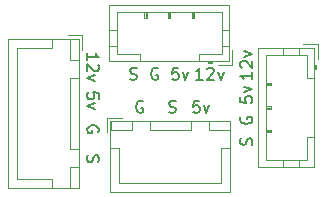
<source format=gbr>
G04 #@! TF.GenerationSoftware,KiCad,Pcbnew,7.0.1*
G04 #@! TF.CreationDate,2023-08-14T23:40:13-05:00*
G04 #@! TF.ProjectId,ButtonToActionChallenge,42757474-6f6e-4546-9f41-6374696f6e43,rev?*
G04 #@! TF.SameCoordinates,Original*
G04 #@! TF.FileFunction,Legend,Top*
G04 #@! TF.FilePolarity,Positive*
%FSLAX46Y46*%
G04 Gerber Fmt 4.6, Leading zero omitted, Abs format (unit mm)*
G04 Created by KiCad (PCBNEW 7.0.1) date 2023-08-14 23:40:13*
%MOMM*%
%LPD*%
G01*
G04 APERTURE LIST*
%ADD10C,0.150000*%
%ADD11C,0.200000*%
%ADD12C,0.120000*%
G04 APERTURE END LIST*
D10*
X155849619Y-73453714D02*
X155849619Y-73929904D01*
X155849619Y-73929904D02*
X156325809Y-73977523D01*
X156325809Y-73977523D02*
X156278190Y-73929904D01*
X156278190Y-73929904D02*
X156230571Y-73834666D01*
X156230571Y-73834666D02*
X156230571Y-73596571D01*
X156230571Y-73596571D02*
X156278190Y-73501333D01*
X156278190Y-73501333D02*
X156325809Y-73453714D01*
X156325809Y-73453714D02*
X156421047Y-73406095D01*
X156421047Y-73406095D02*
X156659142Y-73406095D01*
X156659142Y-73406095D02*
X156754380Y-73453714D01*
X156754380Y-73453714D02*
X156802000Y-73501333D01*
X156802000Y-73501333D02*
X156849619Y-73596571D01*
X156849619Y-73596571D02*
X156849619Y-73834666D01*
X156849619Y-73834666D02*
X156802000Y-73929904D01*
X156802000Y-73929904D02*
X156754380Y-73977523D01*
X156182952Y-73072761D02*
X156849619Y-72834666D01*
X156849619Y-72834666D02*
X156182952Y-72596571D01*
X142870380Y-70357904D02*
X142870380Y-69786476D01*
X142870380Y-70072190D02*
X143870380Y-70072190D01*
X143870380Y-70072190D02*
X143727523Y-69976952D01*
X143727523Y-69976952D02*
X143632285Y-69881714D01*
X143632285Y-69881714D02*
X143584666Y-69786476D01*
X143775142Y-70738857D02*
X143822761Y-70786476D01*
X143822761Y-70786476D02*
X143870380Y-70881714D01*
X143870380Y-70881714D02*
X143870380Y-71119809D01*
X143870380Y-71119809D02*
X143822761Y-71215047D01*
X143822761Y-71215047D02*
X143775142Y-71262666D01*
X143775142Y-71262666D02*
X143679904Y-71310285D01*
X143679904Y-71310285D02*
X143584666Y-71310285D01*
X143584666Y-71310285D02*
X143441809Y-71262666D01*
X143441809Y-71262666D02*
X142870380Y-70691238D01*
X142870380Y-70691238D02*
X142870380Y-71310285D01*
X143537047Y-71643619D02*
X142870380Y-71881714D01*
X142870380Y-71881714D02*
X143537047Y-72119809D01*
X156849619Y-71374095D02*
X156849619Y-71945523D01*
X156849619Y-71659809D02*
X155849619Y-71659809D01*
X155849619Y-71659809D02*
X155992476Y-71755047D01*
X155992476Y-71755047D02*
X156087714Y-71850285D01*
X156087714Y-71850285D02*
X156135333Y-71945523D01*
X155944857Y-70993142D02*
X155897238Y-70945523D01*
X155897238Y-70945523D02*
X155849619Y-70850285D01*
X155849619Y-70850285D02*
X155849619Y-70612190D01*
X155849619Y-70612190D02*
X155897238Y-70516952D01*
X155897238Y-70516952D02*
X155944857Y-70469333D01*
X155944857Y-70469333D02*
X156040095Y-70421714D01*
X156040095Y-70421714D02*
X156135333Y-70421714D01*
X156135333Y-70421714D02*
X156278190Y-70469333D01*
X156278190Y-70469333D02*
X156849619Y-71040761D01*
X156849619Y-71040761D02*
X156849619Y-70421714D01*
X156182952Y-70088380D02*
X156849619Y-69850285D01*
X156849619Y-69850285D02*
X156182952Y-69612190D01*
X143870380Y-73612285D02*
X143870380Y-73136095D01*
X143870380Y-73136095D02*
X143394190Y-73088476D01*
X143394190Y-73088476D02*
X143441809Y-73136095D01*
X143441809Y-73136095D02*
X143489428Y-73231333D01*
X143489428Y-73231333D02*
X143489428Y-73469428D01*
X143489428Y-73469428D02*
X143441809Y-73564666D01*
X143441809Y-73564666D02*
X143394190Y-73612285D01*
X143394190Y-73612285D02*
X143298952Y-73659904D01*
X143298952Y-73659904D02*
X143060857Y-73659904D01*
X143060857Y-73659904D02*
X142965619Y-73612285D01*
X142965619Y-73612285D02*
X142918000Y-73564666D01*
X142918000Y-73564666D02*
X142870380Y-73469428D01*
X142870380Y-73469428D02*
X142870380Y-73231333D01*
X142870380Y-73231333D02*
X142918000Y-73136095D01*
X142918000Y-73136095D02*
X142965619Y-73088476D01*
X143537047Y-73993238D02*
X142870380Y-74231333D01*
X142870380Y-74231333D02*
X143537047Y-74469428D01*
D11*
X142918000Y-78422476D02*
X142870380Y-78565333D01*
X142870380Y-78565333D02*
X142870380Y-78803428D01*
X142870380Y-78803428D02*
X142918000Y-78898666D01*
X142918000Y-78898666D02*
X142965619Y-78946285D01*
X142965619Y-78946285D02*
X143060857Y-78993904D01*
X143060857Y-78993904D02*
X143156095Y-78993904D01*
X143156095Y-78993904D02*
X143251333Y-78946285D01*
X143251333Y-78946285D02*
X143298952Y-78898666D01*
X143298952Y-78898666D02*
X143346571Y-78803428D01*
X143346571Y-78803428D02*
X143394190Y-78612952D01*
X143394190Y-78612952D02*
X143441809Y-78517714D01*
X143441809Y-78517714D02*
X143489428Y-78470095D01*
X143489428Y-78470095D02*
X143584666Y-78422476D01*
X143584666Y-78422476D02*
X143679904Y-78422476D01*
X143679904Y-78422476D02*
X143775142Y-78470095D01*
X143775142Y-78470095D02*
X143822761Y-78517714D01*
X143822761Y-78517714D02*
X143870380Y-78612952D01*
X143870380Y-78612952D02*
X143870380Y-78851047D01*
X143870380Y-78851047D02*
X143822761Y-78993904D01*
X148843904Y-71061238D02*
X148748666Y-71013619D01*
X148748666Y-71013619D02*
X148605809Y-71013619D01*
X148605809Y-71013619D02*
X148462952Y-71061238D01*
X148462952Y-71061238D02*
X148367714Y-71156476D01*
X148367714Y-71156476D02*
X148320095Y-71251714D01*
X148320095Y-71251714D02*
X148272476Y-71442190D01*
X148272476Y-71442190D02*
X148272476Y-71585047D01*
X148272476Y-71585047D02*
X148320095Y-71775523D01*
X148320095Y-71775523D02*
X148367714Y-71870761D01*
X148367714Y-71870761D02*
X148462952Y-71966000D01*
X148462952Y-71966000D02*
X148605809Y-72013619D01*
X148605809Y-72013619D02*
X148701047Y-72013619D01*
X148701047Y-72013619D02*
X148843904Y-71966000D01*
X148843904Y-71966000D02*
X148891523Y-71918380D01*
X148891523Y-71918380D02*
X148891523Y-71585047D01*
X148891523Y-71585047D02*
X148701047Y-71585047D01*
X146494476Y-71966000D02*
X146637333Y-72013619D01*
X146637333Y-72013619D02*
X146875428Y-72013619D01*
X146875428Y-72013619D02*
X146970666Y-71966000D01*
X146970666Y-71966000D02*
X147018285Y-71918380D01*
X147018285Y-71918380D02*
X147065904Y-71823142D01*
X147065904Y-71823142D02*
X147065904Y-71727904D01*
X147065904Y-71727904D02*
X147018285Y-71632666D01*
X147018285Y-71632666D02*
X146970666Y-71585047D01*
X146970666Y-71585047D02*
X146875428Y-71537428D01*
X146875428Y-71537428D02*
X146684952Y-71489809D01*
X146684952Y-71489809D02*
X146589714Y-71442190D01*
X146589714Y-71442190D02*
X146542095Y-71394571D01*
X146542095Y-71394571D02*
X146494476Y-71299333D01*
X146494476Y-71299333D02*
X146494476Y-71204095D01*
X146494476Y-71204095D02*
X146542095Y-71108857D01*
X146542095Y-71108857D02*
X146589714Y-71061238D01*
X146589714Y-71061238D02*
X146684952Y-71013619D01*
X146684952Y-71013619D02*
X146923047Y-71013619D01*
X146923047Y-71013619D02*
X147065904Y-71061238D01*
D10*
X152352285Y-73807619D02*
X151876095Y-73807619D01*
X151876095Y-73807619D02*
X151828476Y-74283809D01*
X151828476Y-74283809D02*
X151876095Y-74236190D01*
X151876095Y-74236190D02*
X151971333Y-74188571D01*
X151971333Y-74188571D02*
X152209428Y-74188571D01*
X152209428Y-74188571D02*
X152304666Y-74236190D01*
X152304666Y-74236190D02*
X152352285Y-74283809D01*
X152352285Y-74283809D02*
X152399904Y-74379047D01*
X152399904Y-74379047D02*
X152399904Y-74617142D01*
X152399904Y-74617142D02*
X152352285Y-74712380D01*
X152352285Y-74712380D02*
X152304666Y-74760000D01*
X152304666Y-74760000D02*
X152209428Y-74807619D01*
X152209428Y-74807619D02*
X151971333Y-74807619D01*
X151971333Y-74807619D02*
X151876095Y-74760000D01*
X151876095Y-74760000D02*
X151828476Y-74712380D01*
X152733238Y-74140952D02*
X152971333Y-74807619D01*
X152971333Y-74807619D02*
X153209428Y-74140952D01*
X150574285Y-71013619D02*
X150098095Y-71013619D01*
X150098095Y-71013619D02*
X150050476Y-71489809D01*
X150050476Y-71489809D02*
X150098095Y-71442190D01*
X150098095Y-71442190D02*
X150193333Y-71394571D01*
X150193333Y-71394571D02*
X150431428Y-71394571D01*
X150431428Y-71394571D02*
X150526666Y-71442190D01*
X150526666Y-71442190D02*
X150574285Y-71489809D01*
X150574285Y-71489809D02*
X150621904Y-71585047D01*
X150621904Y-71585047D02*
X150621904Y-71823142D01*
X150621904Y-71823142D02*
X150574285Y-71918380D01*
X150574285Y-71918380D02*
X150526666Y-71966000D01*
X150526666Y-71966000D02*
X150431428Y-72013619D01*
X150431428Y-72013619D02*
X150193333Y-72013619D01*
X150193333Y-72013619D02*
X150098095Y-71966000D01*
X150098095Y-71966000D02*
X150050476Y-71918380D01*
X150955238Y-71346952D02*
X151193333Y-72013619D01*
X151193333Y-72013619D02*
X151431428Y-71346952D01*
D11*
X149796476Y-74760000D02*
X149939333Y-74807619D01*
X149939333Y-74807619D02*
X150177428Y-74807619D01*
X150177428Y-74807619D02*
X150272666Y-74760000D01*
X150272666Y-74760000D02*
X150320285Y-74712380D01*
X150320285Y-74712380D02*
X150367904Y-74617142D01*
X150367904Y-74617142D02*
X150367904Y-74521904D01*
X150367904Y-74521904D02*
X150320285Y-74426666D01*
X150320285Y-74426666D02*
X150272666Y-74379047D01*
X150272666Y-74379047D02*
X150177428Y-74331428D01*
X150177428Y-74331428D02*
X149986952Y-74283809D01*
X149986952Y-74283809D02*
X149891714Y-74236190D01*
X149891714Y-74236190D02*
X149844095Y-74188571D01*
X149844095Y-74188571D02*
X149796476Y-74093333D01*
X149796476Y-74093333D02*
X149796476Y-73998095D01*
X149796476Y-73998095D02*
X149844095Y-73902857D01*
X149844095Y-73902857D02*
X149891714Y-73855238D01*
X149891714Y-73855238D02*
X149986952Y-73807619D01*
X149986952Y-73807619D02*
X150225047Y-73807619D01*
X150225047Y-73807619D02*
X150367904Y-73855238D01*
X156802000Y-77533523D02*
X156849619Y-77390666D01*
X156849619Y-77390666D02*
X156849619Y-77152571D01*
X156849619Y-77152571D02*
X156802000Y-77057333D01*
X156802000Y-77057333D02*
X156754380Y-77009714D01*
X156754380Y-77009714D02*
X156659142Y-76962095D01*
X156659142Y-76962095D02*
X156563904Y-76962095D01*
X156563904Y-76962095D02*
X156468666Y-77009714D01*
X156468666Y-77009714D02*
X156421047Y-77057333D01*
X156421047Y-77057333D02*
X156373428Y-77152571D01*
X156373428Y-77152571D02*
X156325809Y-77343047D01*
X156325809Y-77343047D02*
X156278190Y-77438285D01*
X156278190Y-77438285D02*
X156230571Y-77485904D01*
X156230571Y-77485904D02*
X156135333Y-77533523D01*
X156135333Y-77533523D02*
X156040095Y-77533523D01*
X156040095Y-77533523D02*
X155944857Y-77485904D01*
X155944857Y-77485904D02*
X155897238Y-77438285D01*
X155897238Y-77438285D02*
X155849619Y-77343047D01*
X155849619Y-77343047D02*
X155849619Y-77104952D01*
X155849619Y-77104952D02*
X155897238Y-76962095D01*
X147573904Y-73855238D02*
X147478666Y-73807619D01*
X147478666Y-73807619D02*
X147335809Y-73807619D01*
X147335809Y-73807619D02*
X147192952Y-73855238D01*
X147192952Y-73855238D02*
X147097714Y-73950476D01*
X147097714Y-73950476D02*
X147050095Y-74045714D01*
X147050095Y-74045714D02*
X147002476Y-74236190D01*
X147002476Y-74236190D02*
X147002476Y-74379047D01*
X147002476Y-74379047D02*
X147050095Y-74569523D01*
X147050095Y-74569523D02*
X147097714Y-74664761D01*
X147097714Y-74664761D02*
X147192952Y-74760000D01*
X147192952Y-74760000D02*
X147335809Y-74807619D01*
X147335809Y-74807619D02*
X147431047Y-74807619D01*
X147431047Y-74807619D02*
X147573904Y-74760000D01*
X147573904Y-74760000D02*
X147621523Y-74712380D01*
X147621523Y-74712380D02*
X147621523Y-74379047D01*
X147621523Y-74379047D02*
X147431047Y-74379047D01*
X143822761Y-76453904D02*
X143870380Y-76358666D01*
X143870380Y-76358666D02*
X143870380Y-76215809D01*
X143870380Y-76215809D02*
X143822761Y-76072952D01*
X143822761Y-76072952D02*
X143727523Y-75977714D01*
X143727523Y-75977714D02*
X143632285Y-75930095D01*
X143632285Y-75930095D02*
X143441809Y-75882476D01*
X143441809Y-75882476D02*
X143298952Y-75882476D01*
X143298952Y-75882476D02*
X143108476Y-75930095D01*
X143108476Y-75930095D02*
X143013238Y-75977714D01*
X143013238Y-75977714D02*
X142918000Y-76072952D01*
X142918000Y-76072952D02*
X142870380Y-76215809D01*
X142870380Y-76215809D02*
X142870380Y-76311047D01*
X142870380Y-76311047D02*
X142918000Y-76453904D01*
X142918000Y-76453904D02*
X142965619Y-76501523D01*
X142965619Y-76501523D02*
X143298952Y-76501523D01*
X143298952Y-76501523D02*
X143298952Y-76311047D01*
X155897238Y-75184095D02*
X155849619Y-75279333D01*
X155849619Y-75279333D02*
X155849619Y-75422190D01*
X155849619Y-75422190D02*
X155897238Y-75565047D01*
X155897238Y-75565047D02*
X155992476Y-75660285D01*
X155992476Y-75660285D02*
X156087714Y-75707904D01*
X156087714Y-75707904D02*
X156278190Y-75755523D01*
X156278190Y-75755523D02*
X156421047Y-75755523D01*
X156421047Y-75755523D02*
X156611523Y-75707904D01*
X156611523Y-75707904D02*
X156706761Y-75660285D01*
X156706761Y-75660285D02*
X156802000Y-75565047D01*
X156802000Y-75565047D02*
X156849619Y-75422190D01*
X156849619Y-75422190D02*
X156849619Y-75326952D01*
X156849619Y-75326952D02*
X156802000Y-75184095D01*
X156802000Y-75184095D02*
X156754380Y-75136476D01*
X156754380Y-75136476D02*
X156421047Y-75136476D01*
X156421047Y-75136476D02*
X156421047Y-75326952D01*
D10*
X152653904Y-72013619D02*
X152082476Y-72013619D01*
X152368190Y-72013619D02*
X152368190Y-71013619D01*
X152368190Y-71013619D02*
X152272952Y-71156476D01*
X152272952Y-71156476D02*
X152177714Y-71251714D01*
X152177714Y-71251714D02*
X152082476Y-71299333D01*
X153034857Y-71108857D02*
X153082476Y-71061238D01*
X153082476Y-71061238D02*
X153177714Y-71013619D01*
X153177714Y-71013619D02*
X153415809Y-71013619D01*
X153415809Y-71013619D02*
X153511047Y-71061238D01*
X153511047Y-71061238D02*
X153558666Y-71108857D01*
X153558666Y-71108857D02*
X153606285Y-71204095D01*
X153606285Y-71204095D02*
X153606285Y-71299333D01*
X153606285Y-71299333D02*
X153558666Y-71442190D01*
X153558666Y-71442190D02*
X152987238Y-72013619D01*
X152987238Y-72013619D02*
X153606285Y-72013619D01*
X153939619Y-71346952D02*
X154177714Y-72013619D01*
X154177714Y-72013619D02*
X154415809Y-71346952D01*
D12*
X155172000Y-70732000D02*
X155172000Y-69482000D01*
X154872000Y-70432000D02*
X154872000Y-65712000D01*
X154872000Y-69122000D02*
X154262000Y-69122000D01*
X154872000Y-67822000D02*
X154262000Y-67822000D01*
X154872000Y-65712000D02*
X144752000Y-65712000D01*
X154262000Y-69822000D02*
X154262000Y-66322000D01*
X154262000Y-66322000D02*
X145362000Y-66322000D01*
X153922000Y-70732000D02*
X155172000Y-70732000D01*
X153412000Y-70632000D02*
X153412000Y-70432000D01*
X153112000Y-70632000D02*
X153412000Y-70632000D01*
X153112000Y-70532000D02*
X153412000Y-70532000D01*
X153112000Y-70432000D02*
X153112000Y-70632000D01*
X152312000Y-70432000D02*
X152312000Y-69822000D01*
X152312000Y-69822000D02*
X154262000Y-69822000D01*
X151912000Y-66822000D02*
X151712000Y-66822000D01*
X151912000Y-66322000D02*
X151912000Y-66822000D01*
X151812000Y-66322000D02*
X151812000Y-66822000D01*
X151712000Y-66822000D02*
X151712000Y-66322000D01*
X149912000Y-66822000D02*
X149712000Y-66822000D01*
X149912000Y-66322000D02*
X149912000Y-66822000D01*
X149812000Y-66322000D02*
X149812000Y-66822000D01*
X149712000Y-66822000D02*
X149712000Y-66322000D01*
X147912000Y-66822000D02*
X147712000Y-66822000D01*
X147912000Y-66322000D02*
X147912000Y-66822000D01*
X147812000Y-66322000D02*
X147812000Y-66822000D01*
X147712000Y-66822000D02*
X147712000Y-66322000D01*
X147312000Y-69822000D02*
X147312000Y-70432000D01*
X145362000Y-69822000D02*
X147312000Y-69822000D01*
X145362000Y-66322000D02*
X145362000Y-69822000D01*
X144752000Y-70432000D02*
X154872000Y-70432000D01*
X144752000Y-69122000D02*
X145362000Y-69122000D01*
X144752000Y-67822000D02*
X145362000Y-67822000D01*
X144752000Y-65712000D02*
X144752000Y-70432000D01*
X144550000Y-75228000D02*
X144550000Y-76478000D01*
X144840000Y-75518000D02*
X144840000Y-81488000D01*
X144840000Y-81488000D02*
X154960000Y-81488000D01*
X144850000Y-75528000D02*
X144850000Y-76278000D01*
X144850000Y-76278000D02*
X146650000Y-76278000D01*
X144850000Y-77778000D02*
X145600000Y-77778000D01*
X145600000Y-77778000D02*
X145600000Y-80728000D01*
X145600000Y-80728000D02*
X149900000Y-80728000D01*
X145800000Y-75228000D02*
X144550000Y-75228000D01*
X146650000Y-75528000D02*
X144850000Y-75528000D01*
X146650000Y-76278000D02*
X146650000Y-75528000D01*
X148150000Y-75528000D02*
X148150000Y-76278000D01*
X148150000Y-76278000D02*
X151650000Y-76278000D01*
X151650000Y-75528000D02*
X148150000Y-75528000D01*
X151650000Y-76278000D02*
X151650000Y-75528000D01*
X153150000Y-75528000D02*
X153150000Y-76278000D01*
X153150000Y-76278000D02*
X154950000Y-76278000D01*
X154200000Y-77778000D02*
X154200000Y-80728000D01*
X154200000Y-80728000D02*
X149900000Y-80728000D01*
X154950000Y-75528000D02*
X153150000Y-75528000D01*
X154950000Y-76278000D02*
X154950000Y-75528000D01*
X154950000Y-77778000D02*
X154200000Y-77778000D01*
X154960000Y-75518000D02*
X144840000Y-75518000D01*
X154960000Y-81488000D02*
X154960000Y-75518000D01*
X142467000Y-68270000D02*
X141217000Y-68270000D01*
X142177000Y-68560000D02*
X136207000Y-68560000D01*
X136207000Y-68560000D02*
X136207000Y-81180000D01*
X142167000Y-68570000D02*
X141417000Y-68570000D01*
X141417000Y-68570000D02*
X141417000Y-70370000D01*
X139917000Y-68570000D02*
X139917000Y-69320000D01*
X139917000Y-69320000D02*
X136967000Y-69320000D01*
X136967000Y-69320000D02*
X136967000Y-74870000D01*
X142467000Y-69520000D02*
X142467000Y-68270000D01*
X142167000Y-70370000D02*
X142167000Y-68570000D01*
X141417000Y-70370000D02*
X142167000Y-70370000D01*
X142167000Y-71870000D02*
X141417000Y-71870000D01*
X141417000Y-71870000D02*
X141417000Y-77870000D01*
X142167000Y-77870000D02*
X142167000Y-71870000D01*
X141417000Y-77870000D02*
X142167000Y-77870000D01*
X142167000Y-79370000D02*
X141417000Y-79370000D01*
X141417000Y-79370000D02*
X141417000Y-81170000D01*
X139917000Y-80420000D02*
X136967000Y-80420000D01*
X136967000Y-80420000D02*
X136967000Y-74870000D01*
X142167000Y-81170000D02*
X142167000Y-79370000D01*
X141417000Y-81170000D02*
X142167000Y-81170000D01*
X139917000Y-81170000D02*
X139917000Y-80420000D01*
X142177000Y-81180000D02*
X142177000Y-68560000D01*
X136207000Y-81180000D02*
X142177000Y-81180000D01*
X162384000Y-69014000D02*
X161134000Y-69014000D01*
X162084000Y-69314000D02*
X157364000Y-69314000D01*
X160774000Y-69314000D02*
X160774000Y-69924000D01*
X159474000Y-69314000D02*
X159474000Y-69924000D01*
X157364000Y-69314000D02*
X157364000Y-79434000D01*
X161474000Y-69924000D02*
X157974000Y-69924000D01*
X157974000Y-69924000D02*
X157974000Y-78824000D01*
X162384000Y-70264000D02*
X162384000Y-69014000D01*
X162284000Y-70774000D02*
X162084000Y-70774000D01*
X162284000Y-71074000D02*
X162284000Y-70774000D01*
X162184000Y-71074000D02*
X162184000Y-70774000D01*
X162084000Y-71074000D02*
X162284000Y-71074000D01*
X162084000Y-71874000D02*
X161474000Y-71874000D01*
X161474000Y-71874000D02*
X161474000Y-69924000D01*
X158474000Y-72274000D02*
X158474000Y-72474000D01*
X157974000Y-72274000D02*
X158474000Y-72274000D01*
X157974000Y-72374000D02*
X158474000Y-72374000D01*
X158474000Y-72474000D02*
X157974000Y-72474000D01*
X158474000Y-74274000D02*
X158474000Y-74474000D01*
X157974000Y-74274000D02*
X158474000Y-74274000D01*
X157974000Y-74374000D02*
X158474000Y-74374000D01*
X158474000Y-74474000D02*
X157974000Y-74474000D01*
X158474000Y-76274000D02*
X158474000Y-76474000D01*
X157974000Y-76274000D02*
X158474000Y-76274000D01*
X157974000Y-76374000D02*
X158474000Y-76374000D01*
X158474000Y-76474000D02*
X157974000Y-76474000D01*
X161474000Y-76874000D02*
X162084000Y-76874000D01*
X161474000Y-78824000D02*
X161474000Y-76874000D01*
X157974000Y-78824000D02*
X161474000Y-78824000D01*
X162084000Y-79434000D02*
X162084000Y-69314000D01*
X160774000Y-79434000D02*
X160774000Y-78824000D01*
X159474000Y-79434000D02*
X159474000Y-78824000D01*
X157364000Y-79434000D02*
X162084000Y-79434000D01*
M02*

</source>
